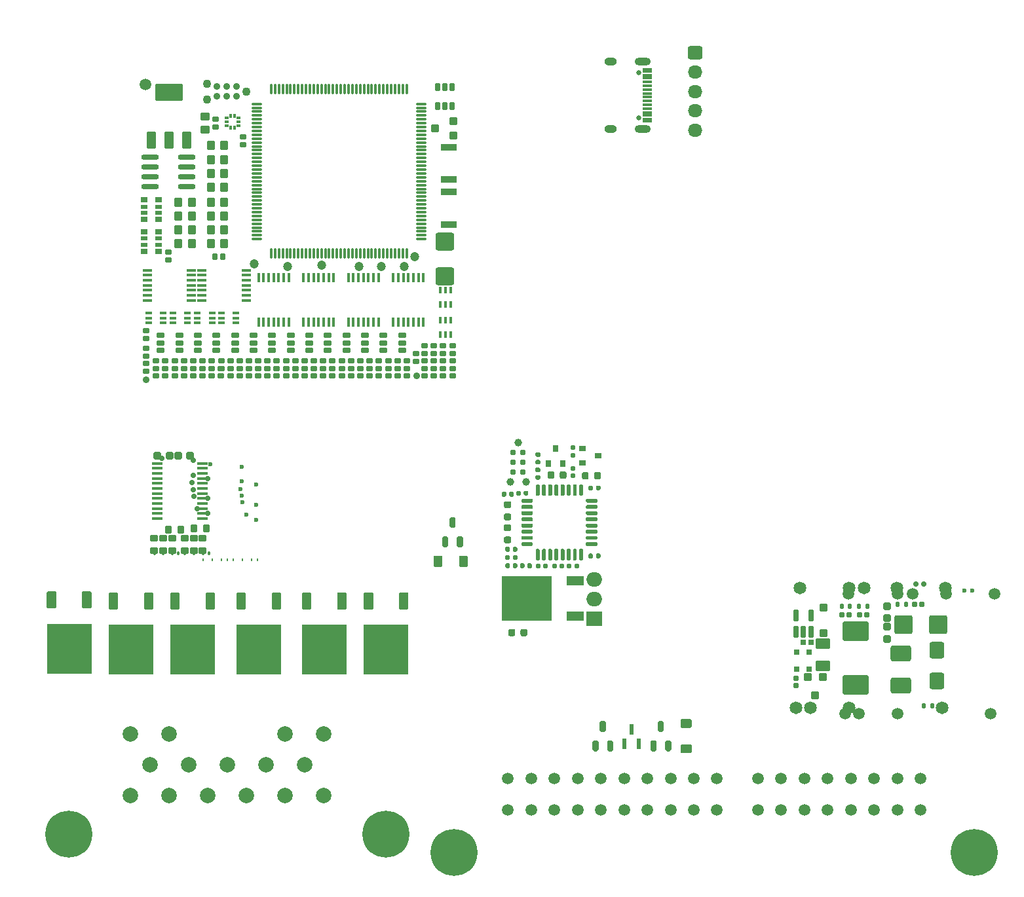
<source format=gts>
G75*
G70*
%OFA0B0*%
%FSLAX25Y25*%
%IPPOS*%
%LPD*%
%AMOC8*
5,1,8,0,0,1.08239X$1,22.5*
%
%AMM108*
21,1,0.092130,0.073230,-0.000000,0.000000,0.000000*
21,1,0.069290,0.096060,-0.000000,0.000000,0.000000*
1,1,0.022840,0.034650,-0.036610*
1,1,0.022840,-0.034650,-0.036610*
1,1,0.022840,-0.034650,0.036610*
1,1,0.022840,0.034650,0.036610*
%
%AMM109*
21,1,0.100000,0.111020,-0.000000,0.000000,90.000000*
21,1,0.075590,0.135430,-0.000000,0.000000,90.000000*
1,1,0.024410,0.055510,0.037800*
1,1,0.024410,0.055510,-0.037800*
1,1,0.024410,-0.055510,-0.037800*
1,1,0.024410,-0.055510,0.037800*
%
%AMM110*
21,1,0.080320,0.083460,-0.000000,0.000000,90.000000*
21,1,0.059840,0.103940,-0.000000,0.000000,90.000000*
1,1,0.020470,0.041730,0.029920*
1,1,0.020470,0.041730,-0.029920*
1,1,0.020470,-0.041730,-0.029920*
1,1,0.020470,-0.041730,0.029920*
%
%AMM111*
21,1,0.084250,0.053540,-0.000000,0.000000,270.000000*
21,1,0.065350,0.072440,-0.000000,0.000000,270.000000*
1,1,0.018900,-0.026770,-0.032680*
1,1,0.018900,-0.026770,0.032680*
1,1,0.018900,0.026770,0.032680*
1,1,0.018900,0.026770,-0.032680*
%
%AMM112*
21,1,0.040950,0.030320,-0.000000,0.000000,180.000000*
21,1,0.028350,0.042910,-0.000000,0.000000,180.000000*
1,1,0.012600,-0.014170,0.015160*
1,1,0.012600,0.014170,0.015160*
1,1,0.012600,0.014170,-0.015160*
1,1,0.012600,-0.014170,-0.015160*
%
%AMM113*
21,1,0.027170,0.052760,-0.000000,0.000000,0.000000*
21,1,0.017320,0.062600,-0.000000,0.000000,0.000000*
1,1,0.009840,0.008660,-0.026380*
1,1,0.009840,-0.008660,-0.026380*
1,1,0.009840,-0.008660,0.026380*
1,1,0.009840,0.008660,0.026380*
%
%AMM114*
21,1,0.041340,0.026770,-0.000000,0.000000,90.000000*
21,1,0.029130,0.038980,-0.000000,0.000000,90.000000*
1,1,0.012210,0.013390,0.014570*
1,1,0.012210,0.013390,-0.014570*
1,1,0.012210,-0.013390,-0.014570*
1,1,0.012210,-0.013390,0.014570*
%
%AMM115*
21,1,0.076380,0.036220,-0.000000,0.000000,180.000000*
21,1,0.061810,0.050790,-0.000000,0.000000,180.000000*
1,1,0.014570,-0.030910,0.018110*
1,1,0.014570,0.030910,0.018110*
1,1,0.014570,0.030910,-0.018110*
1,1,0.014570,-0.030910,-0.018110*
%
%AMM116*
21,1,0.038980,0.026770,-0.000000,0.000000,90.000000*
21,1,0.026770,0.038980,-0.000000,0.000000,90.000000*
1,1,0.012210,0.013390,0.013390*
1,1,0.012210,0.013390,-0.013390*
1,1,0.012210,-0.013390,-0.013390*
1,1,0.012210,-0.013390,0.013390*
%
%AMM117*
21,1,0.021260,0.016540,-0.000000,0.000000,0.000000*
21,1,0.012600,0.025200,-0.000000,0.000000,0.000000*
1,1,0.008660,0.006300,-0.008270*
1,1,0.008660,-0.006300,-0.008270*
1,1,0.008660,-0.006300,0.008270*
1,1,0.008660,0.006300,0.008270*
%
%AMM118*
21,1,0.029130,0.018900,-0.000000,0.000000,180.000000*
21,1,0.018900,0.029130,-0.000000,0.000000,180.000000*
1,1,0.010240,-0.009450,0.009450*
1,1,0.010240,0.009450,0.009450*
1,1,0.010240,0.009450,-0.009450*
1,1,0.010240,-0.009450,-0.009450*
%
%AMM119*
21,1,0.025200,0.019680,-0.000000,0.000000,90.000000*
21,1,0.015750,0.029130,-0.000000,0.000000,90.000000*
1,1,0.009450,0.009840,0.007870*
1,1,0.009450,0.009840,-0.007870*
1,1,0.009450,-0.009840,-0.007870*
1,1,0.009450,-0.009840,0.007870*
%
%AMM120*
21,1,0.025200,0.019680,-0.000000,0.000000,0.000000*
21,1,0.015750,0.029130,-0.000000,0.000000,0.000000*
1,1,0.009450,0.007870,-0.009840*
1,1,0.009450,-0.007870,-0.009840*
1,1,0.009450,-0.007870,0.009840*
1,1,0.009450,0.007870,0.009840*
%
%AMM17*
21,1,0.039370,0.030320,0.000000,0.000000,90.000000*
21,1,0.028350,0.041340,0.000000,0.000000,90.000000*
1,1,0.011020,0.015160,0.014170*
1,1,0.011020,0.015160,-0.014170*
1,1,0.011020,-0.015160,-0.014170*
1,1,0.011020,-0.015160,0.014170*
%
%AMM18*
21,1,0.047240,0.075980,0.000000,0.000000,0.000000*
21,1,0.034650,0.088580,0.000000,0.000000,0.000000*
1,1,0.012600,0.017320,-0.037990*
1,1,0.012600,-0.017320,-0.037990*
1,1,0.012600,-0.017320,0.037990*
1,1,0.012600,0.017320,0.037990*
%
%AMM19*
21,1,0.047240,0.075990,0.000000,0.000000,0.000000*
21,1,0.034650,0.088580,0.000000,0.000000,0.000000*
1,1,0.012600,0.017320,-0.037990*
1,1,0.012600,-0.017320,-0.037990*
1,1,0.012600,-0.017320,0.037990*
1,1,0.012600,0.017320,0.037990*
%
%AMM20*
21,1,0.141730,0.067720,0.000000,0.000000,0.000000*
21,1,0.120870,0.088580,0.000000,0.000000,0.000000*
1,1,0.020870,0.060430,-0.033860*
1,1,0.020870,-0.060430,-0.033860*
1,1,0.020870,-0.060430,0.033860*
1,1,0.020870,0.060430,0.033860*
%
%AMM21*
21,1,0.043310,0.035430,0.000000,0.000000,0.000000*
21,1,0.031500,0.047240,0.000000,0.000000,0.000000*
1,1,0.011810,0.015750,-0.017720*
1,1,0.011810,-0.015750,-0.017720*
1,1,0.011810,-0.015750,0.017720*
1,1,0.011810,0.015750,0.017720*
%
%AMM22*
21,1,0.027560,0.030710,0.000000,0.000000,180.000000*
21,1,0.018900,0.039370,0.000000,0.000000,180.000000*
1,1,0.008660,-0.009450,0.015350*
1,1,0.008660,0.009450,0.015350*
1,1,0.008660,0.009450,-0.015350*
1,1,0.008660,-0.009450,-0.015350*
%
%AMM23*
21,1,0.031500,0.018900,0.000000,0.000000,180.000000*
21,1,0.022840,0.027560,0.000000,0.000000,180.000000*
1,1,0.008660,-0.011420,0.009450*
1,1,0.008660,0.011420,0.009450*
1,1,0.008660,0.011420,-0.009450*
1,1,0.008660,-0.011420,-0.009450*
%
%AMM24*
21,1,0.027560,0.030710,0.000000,0.000000,270.000000*
21,1,0.018900,0.039370,0.000000,0.000000,270.000000*
1,1,0.008660,-0.015350,-0.009450*
1,1,0.008660,-0.015350,0.009450*
1,1,0.008660,0.015350,0.009450*
1,1,0.008660,0.015350,-0.009450*
%
%AMM25*
21,1,0.090550,0.073230,0.000000,0.000000,90.000000*
21,1,0.069290,0.094490,0.000000,0.000000,90.000000*
1,1,0.021260,0.036610,0.034650*
1,1,0.021260,0.036610,-0.034650*
1,1,0.021260,-0.036610,-0.034650*
1,1,0.021260,-0.036610,0.034650*
%
%AMM26*
21,1,0.029530,0.026380,0.000000,0.000000,90.000000*
21,1,0.020470,0.035430,0.000000,0.000000,90.000000*
1,1,0.009060,0.013190,0.010240*
1,1,0.009060,0.013190,-0.010240*
1,1,0.009060,-0.013190,-0.010240*
1,1,0.009060,-0.013190,0.010240*
%
%AMM27*
21,1,0.021650,0.027950,0.000000,0.000000,90.000000*
21,1,0.014170,0.035430,0.000000,0.000000,90.000000*
1,1,0.007480,0.013980,0.007090*
1,1,0.007480,0.013980,-0.007090*
1,1,0.007480,-0.013980,-0.007090*
1,1,0.007480,-0.013980,0.007090*
%
%AMM28*
21,1,0.035430,0.072440,0.000000,0.000000,90.000000*
21,1,0.025200,0.082680,0.000000,0.000000,90.000000*
1,1,0.010240,0.036220,0.012600*
1,1,0.010240,0.036220,-0.012600*
1,1,0.010240,-0.036220,-0.012600*
1,1,0.010240,-0.036220,0.012600*
%
%AMM29*
21,1,0.016540,0.028980,0.000000,0.000000,90.000000*
21,1,0.010080,0.035430,0.000000,0.000000,90.000000*
1,1,0.006460,0.014490,0.005040*
1,1,0.006460,0.014490,-0.005040*
1,1,0.006460,-0.014490,-0.005040*
1,1,0.006460,-0.014490,0.005040*
%
%AMM30*
21,1,0.016540,0.028980,0.000000,0.000000,180.000000*
21,1,0.010080,0.035430,0.000000,0.000000,180.000000*
1,1,0.006460,-0.005040,0.014490*
1,1,0.006460,0.005040,0.014490*
1,1,0.006460,0.005040,-0.014490*
1,1,0.006460,-0.005040,-0.014490*
%
%AMM31*
21,1,0.043310,0.035430,0.000000,0.000000,270.000000*
21,1,0.031500,0.047240,0.000000,0.000000,270.000000*
1,1,0.011810,-0.017720,-0.015750*
1,1,0.011810,-0.017720,0.015750*
1,1,0.011810,0.017720,0.015750*
1,1,0.011810,0.017720,-0.015750*
%
%AMM32*
21,1,0.031500,0.018900,0.000000,0.000000,90.000000*
21,1,0.022840,0.027560,0.000000,0.000000,90.000000*
1,1,0.008660,0.009450,0.011420*
1,1,0.008660,0.009450,-0.011420*
1,1,0.008660,-0.009450,-0.011420*
1,1,0.008660,-0.009450,0.011420*
%
%AMM77*
21,1,0.038980,0.026770,0.000000,0.000000,0.000000*
21,1,0.026770,0.038980,0.000000,0.000000,0.000000*
1,1,0.012210,0.013390,-0.013390*
1,1,0.012210,-0.013390,-0.013390*
1,1,0.012210,-0.013390,0.013390*
1,1,0.012210,0.013390,0.013390*
%
%AMM93*
21,1,0.033070,0.030710,0.000000,0.000000,0.000000*
21,1,0.022050,0.041730,0.000000,0.000000,0.000000*
1,1,0.011020,0.011020,-0.015350*
1,1,0.011020,-0.011020,-0.015350*
1,1,0.011020,-0.011020,0.015350*
1,1,0.011020,0.011020,0.015350*
%
%AMM94*
21,1,0.033070,0.030710,0.000000,0.000000,270.000000*
21,1,0.022050,0.041730,0.000000,0.000000,270.000000*
1,1,0.011020,-0.015350,-0.011020*
1,1,0.011020,-0.015350,0.011020*
1,1,0.011020,0.015350,0.011020*
1,1,0.011020,0.015350,-0.011020*
%
%ADD10R,0.22835X0.25197*%
%ADD100C,0.03900*%
%ADD103O,0.01260X0.05512*%
%ADD104O,0.05512X0.01260*%
%ADD105M17*%
%ADD106M18*%
%ADD107M19*%
%ADD108M20*%
%ADD109M21*%
%ADD11O,0.07283X0.06693*%
%ADD110M22*%
%ADD111C,0.03494*%
%ADD112M23*%
%ADD113M24*%
%ADD114M25*%
%ADD115C,0.03543*%
%ADD116M26*%
%ADD117M27*%
%ADD118M28*%
%ADD119O,0.01575X0.04724*%
%ADD120O,0.04724X0.01575*%
%ADD121M29*%
%ADD122O,0.09055X0.02756*%
%ADD123M30*%
%ADD124R,0.01870X0.01772*%
%ADD125R,0.01772X0.01870*%
%ADD126M31*%
%ADD127M32*%
%ADD128C,0.04294*%
%ADD129C,0.04724*%
%ADD13C,0.02362*%
%ADD198M77*%
%ADD203C,0.02913*%
%ADD204C,0.06457*%
%ADD216R,0.03543X0.03150*%
%ADD218C,0.05118*%
%ADD219R,0.03150X0.03543*%
%ADD237O,0.01339X0.02126*%
%ADD238O,0.05512X0.01535*%
%ADD239M93*%
%ADD240M94*%
%ADD255M108*%
%ADD256M109*%
%ADD257M110*%
%ADD258M111*%
%ADD259M112*%
%ADD260M113*%
%ADD261M114*%
%ADD262M115*%
%ADD263M116*%
%ADD264M117*%
%ADD265M118*%
%ADD266M119*%
%ADD267M120*%
%ADD280R,0.08661X0.04724*%
%ADD281R,0.25197X0.22835*%
%ADD282R,0.07874X0.07500*%
%ADD283O,0.07874X0.07500*%
%ADD35R,0.04528X0.01181*%
%ADD36O,0.08268X0.03937*%
%ADD37O,0.06299X0.03937*%
%ADD38R,0.02200X0.05200*%
%ADD41O,0.00787X0.01575*%
%ADD42C,0.05906*%
%ADD52C,0.07874*%
%ADD53C,0.23917*%
%ADD59C,0.02559*%
%ADD96C,0.03100*%
X0000000Y0000000D02*
%LPD*%
G01*
G36*
G01*
X0204882Y0160964D02*
X0208662Y0160964D01*
G75*
G02*
X0209134Y0160492I0000000J-000472D01*
G01*
X0209134Y0152775D01*
G75*
G02*
X0208662Y0152303I-000472J0000000D01*
G01*
X0204882Y0152303D01*
G75*
G02*
X0204410Y0152775I0000000J0000472D01*
G01*
X0204410Y0160492D01*
G75*
G02*
X0204882Y0160964I0000472J0000000D01*
G01*
G37*
D10*
X0197796Y0131830D03*
G36*
G01*
X0186929Y0160964D02*
X0190709Y0160964D01*
G75*
G02*
X0191181Y0160492I0000000J-000472D01*
G01*
X0191181Y0152775D01*
G75*
G02*
X0190709Y0152303I-000472J0000000D01*
G01*
X0186929Y0152303D01*
G75*
G02*
X0186457Y0152775I0000000J0000472D01*
G01*
X0186457Y0160492D01*
G75*
G02*
X0186929Y0160964I0000472J0000000D01*
G01*
G37*
G36*
G01*
X0434896Y0080110D02*
X0433333Y0080110D01*
G75*
G02*
X0432551Y0080891I0000000J0000781D01*
G01*
X0432551Y0084895D01*
G75*
G02*
X0433333Y0085677I0000781J0000000D01*
G01*
X0434896Y0085677D01*
G75*
G02*
X0435677Y0084895I0000000J-000781D01*
G01*
X0435677Y0080891D01*
G75*
G02*
X0434896Y0080110I-000781J0000000D01*
G01*
G37*
G36*
G01*
X0442376Y0080110D02*
X0440813Y0080110D01*
G75*
G02*
X0440032Y0080891I0000000J0000781D01*
G01*
X0440032Y0084895D01*
G75*
G02*
X0440813Y0085677I0000781J0000000D01*
G01*
X0442376Y0085677D01*
G75*
G02*
X0443158Y0084895I0000000J-000781D01*
G01*
X0443158Y0080891D01*
G75*
G02*
X0442376Y0080110I-000781J0000000D01*
G01*
G37*
G36*
G01*
X0438636Y0089992D02*
X0437073Y0089992D01*
G75*
G02*
X0436292Y0090773I0000000J0000781D01*
G01*
X0436292Y0094777D01*
G75*
G02*
X0437073Y0095559I0000781J0000000D01*
G01*
X0438636Y0095559D01*
G75*
G02*
X0439418Y0094777I0000000J-000781D01*
G01*
X0439418Y0090773D01*
G75*
G02*
X0438636Y0089992I-000781J0000000D01*
G01*
G37*
G36*
G01*
X0482146Y0439114D02*
X0487461Y0439114D01*
G75*
G02*
X0488445Y0438130I0000000J-000984D01*
G01*
X0488445Y0433405D01*
G75*
G02*
X0487461Y0432421I-000984J0000000D01*
G01*
X0482146Y0432421D01*
G75*
G02*
X0481162Y0433405I0000000J0000984D01*
G01*
X0481162Y0438130D01*
G75*
G02*
X0482146Y0439114I0000984J0000000D01*
G01*
G37*
D11*
X0484803Y0425925D03*
X0484803Y0416082D03*
X0484803Y0406240D03*
X0484803Y0396397D03*
G36*
G01*
X0477777Y0083586D02*
X0482577Y0083586D01*
G75*
G02*
X0482979Y0083184I0000000J-000402D01*
G01*
X0482979Y0079584D01*
G75*
G02*
X0482577Y0079183I-000402J0000000D01*
G01*
X0477777Y0079183D01*
G75*
G02*
X0477376Y0079584I0000000J0000402D01*
G01*
X0477376Y0083184D01*
G75*
G02*
X0477777Y0083586I0000402J0000000D01*
G01*
G37*
G36*
G01*
X0477777Y0096486D02*
X0482577Y0096486D01*
G75*
G02*
X0482979Y0096084I0000000J-000402D01*
G01*
X0482979Y0092484D01*
G75*
G02*
X0482577Y0092083I-000402J0000000D01*
G01*
X0477777Y0092083D01*
G75*
G02*
X0477376Y0092484I0000000J0000402D01*
G01*
X0477376Y0096084D01*
G75*
G02*
X0477777Y0096486I0000402J0000000D01*
G01*
G37*
G36*
G01*
X0173386Y0161555D02*
X0177166Y0161555D01*
G75*
G02*
X0177638Y0161082I0000000J-000472D01*
G01*
X0177638Y0153366D01*
G75*
G02*
X0177166Y0152893I-000472J0000000D01*
G01*
X0173386Y0152893D01*
G75*
G02*
X0172914Y0153366I0000000J0000472D01*
G01*
X0172914Y0161082D01*
G75*
G02*
X0173386Y0161555I0000472J0000000D01*
G01*
G37*
D10*
X0166299Y0132421D03*
G36*
G01*
X0155433Y0161555D02*
X0159213Y0161555D01*
G75*
G02*
X0159685Y0161082I0000000J-000472D01*
G01*
X0159685Y0153366D01*
G75*
G02*
X0159213Y0152893I-000472J0000000D01*
G01*
X0155433Y0152893D01*
G75*
G02*
X0154961Y0153366I0000000J0000472D01*
G01*
X0154961Y0161082D01*
G75*
G02*
X0155433Y0161555I0000472J0000000D01*
G01*
G37*
D59*
X0456280Y0425492D03*
X0456280Y0402736D03*
D35*
X0460473Y0427303D03*
X0460473Y0424153D03*
X0460473Y0419035D03*
X0460473Y0415098D03*
X0460473Y0413130D03*
X0460473Y0409193D03*
X0460473Y0404074D03*
X0460473Y0400925D03*
X0460473Y0402106D03*
X0460473Y0405256D03*
X0460473Y0407224D03*
X0460473Y0411161D03*
X0460473Y0417067D03*
X0460473Y0421004D03*
X0460473Y0422972D03*
X0460473Y0426122D03*
D36*
X0458248Y0431122D03*
D37*
X0441792Y0431122D03*
D36*
X0458248Y0397106D03*
D37*
X0441792Y0397106D03*
D38*
X0448681Y0083897D03*
X0456201Y0083897D03*
X0452441Y0091297D03*
D41*
X0262185Y0177750D03*
X0259193Y0177750D03*
X0254567Y0177750D03*
X0249941Y0177750D03*
X0246634Y0177750D03*
X0243681Y0177750D03*
X0239055Y0177750D03*
X0234429Y0177750D03*
D13*
X0254271Y0217512D03*
X0261496Y0215839D03*
X0253425Y0213673D03*
X0254271Y0210229D03*
X0254567Y0206882D03*
X0261496Y0205603D03*
X0256338Y0200485D03*
X0261496Y0197925D03*
X0238169Y0226173D03*
X0254212Y0224992D03*
G36*
G01*
X0303110Y0160964D02*
X0306890Y0160964D01*
G75*
G02*
X0307362Y0160492I0000000J-000472D01*
G01*
X0307362Y0152775D01*
G75*
G02*
X0306890Y0152303I-000472J0000000D01*
G01*
X0303110Y0152303D01*
G75*
G02*
X0302638Y0152775I0000000J0000472D01*
G01*
X0302638Y0160492D01*
G75*
G02*
X0303110Y0160964I0000472J0000000D01*
G01*
G37*
D10*
X0296024Y0131830D03*
G36*
G01*
X0285158Y0160964D02*
X0288937Y0160964D01*
G75*
G02*
X0289410Y0160492I0000000J-000472D01*
G01*
X0289410Y0152775D01*
G75*
G02*
X0288937Y0152303I-000472J0000000D01*
G01*
X0285158Y0152303D01*
G75*
G02*
X0284685Y0152775I0000000J0000472D01*
G01*
X0284685Y0160492D01*
G75*
G02*
X0285158Y0160964I0000472J0000000D01*
G01*
G37*
G36*
G01*
X0334705Y0160964D02*
X0338484Y0160964D01*
G75*
G02*
X0338957Y0160492I0000000J-000472D01*
G01*
X0338957Y0152775D01*
G75*
G02*
X0338484Y0152303I-000472J0000000D01*
G01*
X0334705Y0152303D01*
G75*
G02*
X0334233Y0152775I0000000J0000472D01*
G01*
X0334233Y0160492D01*
G75*
G02*
X0334705Y0160964I0000472J0000000D01*
G01*
G37*
X0327618Y0131830D03*
G36*
G01*
X0316752Y0160964D02*
X0320532Y0160964D01*
G75*
G02*
X0321004Y0160492I0000000J-000472D01*
G01*
X0321004Y0152775D01*
G75*
G02*
X0320532Y0152303I-000472J0000000D01*
G01*
X0316752Y0152303D01*
G75*
G02*
X0316280Y0152775I0000000J0000472D01*
G01*
X0316280Y0160492D01*
G75*
G02*
X0316752Y0160964I0000472J0000000D01*
G01*
G37*
G36*
G01*
X0269843Y0160964D02*
X0273622Y0160964D01*
G75*
G02*
X0274095Y0160492I0000000J-000472D01*
G01*
X0274095Y0152775D01*
G75*
G02*
X0273622Y0152303I-000472J0000000D01*
G01*
X0269843Y0152303D01*
G75*
G02*
X0269370Y0152775I0000000J0000472D01*
G01*
X0269370Y0160492D01*
G75*
G02*
X0269843Y0160964I0000472J0000000D01*
G01*
G37*
X0262756Y0131830D03*
G36*
G01*
X0251890Y0160964D02*
X0255670Y0160964D01*
G75*
G02*
X0256142Y0160492I0000000J-000472D01*
G01*
X0256142Y0152775D01*
G75*
G02*
X0255670Y0152303I-000472J0000000D01*
G01*
X0251890Y0152303D01*
G75*
G02*
X0251418Y0152775I0000000J0000472D01*
G01*
X0251418Y0160492D01*
G75*
G02*
X0251890Y0160964I0000472J0000000D01*
G01*
G37*
D42*
X0562756Y0160177D03*
X0587953Y0160177D03*
X0595433Y0160177D03*
X0612362Y0160177D03*
D13*
X0621811Y0161948D03*
X0625748Y0161948D03*
D42*
X0636969Y0160177D03*
X0560984Y0099153D03*
X0568268Y0099153D03*
X0587756Y0099153D03*
X0635197Y0099153D03*
G36*
G01*
X0236280Y0160964D02*
X0240059Y0160964D01*
G75*
G02*
X0240532Y0160492I0000000J-000472D01*
G01*
X0240532Y0152775D01*
G75*
G02*
X0240059Y0152303I-000472J0000000D01*
G01*
X0236280Y0152303D01*
G75*
G02*
X0235807Y0152775I0000000J0000472D01*
G01*
X0235807Y0160492D01*
G75*
G02*
X0236280Y0160964I0000472J0000000D01*
G01*
G37*
D10*
X0229193Y0131830D03*
G36*
G01*
X0218327Y0160964D02*
X0222107Y0160964D01*
G75*
G02*
X0222579Y0160492I0000000J-000472D01*
G01*
X0222579Y0152775D01*
G75*
G02*
X0222107Y0152303I-000472J0000000D01*
G01*
X0218327Y0152303D01*
G75*
G02*
X0217855Y0152775I0000000J0000472D01*
G01*
X0217855Y0160492D01*
G75*
G02*
X0218327Y0160964I0000472J0000000D01*
G01*
G37*
G36*
G01*
X0358420Y0183948D02*
X0356857Y0183948D01*
G75*
G02*
X0356075Y0184730I0000000J0000781D01*
G01*
X0356075Y0188734D01*
G75*
G02*
X0356857Y0189515I0000781J0000000D01*
G01*
X0358420Y0189515D01*
G75*
G02*
X0359201Y0188734I0000000J-000781D01*
G01*
X0359201Y0184730D01*
G75*
G02*
X0358420Y0183948I-000781J0000000D01*
G01*
G37*
G36*
G01*
X0365900Y0183948D02*
X0364337Y0183948D01*
G75*
G02*
X0363555Y0184730I0000000J0000781D01*
G01*
X0363555Y0188734D01*
G75*
G02*
X0364337Y0189515I0000781J0000000D01*
G01*
X0365900Y0189515D01*
G75*
G02*
X0366681Y0188734I0000000J-000781D01*
G01*
X0366681Y0184730D01*
G75*
G02*
X0365900Y0183948I-000781J0000000D01*
G01*
G37*
G36*
G01*
X0362160Y0193830D02*
X0360597Y0193830D01*
G75*
G02*
X0359815Y0194612I0000000J0000781D01*
G01*
X0359815Y0198616D01*
G75*
G02*
X0360597Y0199397I0000781J0000000D01*
G01*
X0362160Y0199397D01*
G75*
G02*
X0362941Y0198616I0000000J-000781D01*
G01*
X0362941Y0194612D01*
G75*
G02*
X0362160Y0193830I-000781J0000000D01*
G01*
G37*
D42*
X0389626Y0066179D03*
X0401437Y0066179D03*
X0413248Y0066179D03*
X0425061Y0066179D03*
X0436870Y0066179D03*
X0448681Y0066179D03*
X0460492Y0066179D03*
X0472305Y0066179D03*
X0484116Y0066179D03*
X0495927Y0066179D03*
X0389626Y0050431D03*
X0401437Y0050431D03*
X0413248Y0050431D03*
X0425061Y0050431D03*
X0436870Y0050431D03*
X0448681Y0050431D03*
X0460492Y0050431D03*
X0472305Y0050431D03*
X0484116Y0050431D03*
X0495927Y0050431D03*
X0516792Y0066179D03*
X0528605Y0066179D03*
X0540414Y0066179D03*
X0552225Y0066179D03*
X0564038Y0066179D03*
X0575849Y0066179D03*
X0587660Y0066179D03*
X0599471Y0066179D03*
X0516792Y0050431D03*
X0528605Y0050431D03*
X0540414Y0050431D03*
X0575849Y0050431D03*
X0587660Y0050431D03*
X0599471Y0050431D03*
D52*
X0197500Y0057519D03*
X0217185Y0057519D03*
X0236870Y0057519D03*
X0256555Y0057519D03*
X0276240Y0057519D03*
X0295925Y0057519D03*
X0207343Y0073267D03*
X0227028Y0073267D03*
X0246713Y0073267D03*
X0197500Y0089015D03*
X0217185Y0089015D03*
X0276240Y0089015D03*
X0295925Y0089015D03*
X0266398Y0073267D03*
X0286083Y0073267D03*
D42*
X0552227Y0050431D03*
X0564038Y0050431D03*
D53*
X0166004Y0037834D03*
X0327421Y0037834D03*
X0362264Y0028779D03*
X0626831Y0028779D03*
G36*
G01*
X0356145Y0179309D02*
X0356145Y0174509D01*
G75*
G02*
X0355744Y0174108I-000402J0000000D01*
G01*
X0352144Y0174108D01*
G75*
G02*
X0351742Y0174509I0000000J0000402D01*
G01*
X0351742Y0179309D01*
G75*
G02*
X0352144Y0179711I0000402J0000000D01*
G01*
X0355744Y0179711D01*
G75*
G02*
X0356145Y0179309I0000000J-000402D01*
G01*
G37*
G36*
G01*
X0369045Y0179309D02*
X0369045Y0174509D01*
G75*
G02*
X0368644Y0174108I-000402J0000000D01*
G01*
X0365044Y0174108D01*
G75*
G02*
X0364642Y0174509I0000000J0000402D01*
G01*
X0364642Y0179309D01*
G75*
G02*
X0365044Y0179711I0000402J0000000D01*
G01*
X0368644Y0179711D01*
G75*
G02*
X0369045Y0179309I0000000J-000402D01*
G01*
G37*
G36*
G01*
X0464423Y0080110D02*
X0462860Y0080110D01*
G75*
G02*
X0462079Y0080891I0000000J0000781D01*
G01*
X0462079Y0084895D01*
G75*
G02*
X0462860Y0085677I0000781J0000000D01*
G01*
X0464423Y0085677D01*
G75*
G02*
X0465205Y0084895I0000000J-000781D01*
G01*
X0465205Y0080891D01*
G75*
G02*
X0464423Y0080110I-000781J0000000D01*
G01*
G37*
G36*
G01*
X0471904Y0080110D02*
X0470341Y0080110D01*
G75*
G02*
X0469559Y0080891I0000000J0000781D01*
G01*
X0469559Y0084895D01*
G75*
G02*
X0470341Y0085677I0000781J0000000D01*
G01*
X0471904Y0085677D01*
G75*
G02*
X0472685Y0084895I0000000J-000781D01*
G01*
X0472685Y0080891D01*
G75*
G02*
X0471904Y0080110I-000781J0000000D01*
G01*
G37*
G36*
G01*
X0468164Y0089992D02*
X0466601Y0089992D01*
G75*
G02*
X0465819Y0090773I0000000J0000781D01*
G01*
X0465819Y0094777D01*
G75*
G02*
X0466601Y0095559I0000781J0000000D01*
G01*
X0468164Y0095559D01*
G75*
G02*
X0468945Y0094777I0000000J-000781D01*
G01*
X0468945Y0090773D01*
G75*
G02*
X0468164Y0089992I-000781J0000000D01*
G01*
G37*
X0200689Y0266043D02*
G01*
G75*
D103*
X0269094Y0417126D02*
D03*
X0271063Y0417126D02*
D03*
X0273031Y0417126D02*
D03*
X0275000Y0417126D02*
D03*
X0276968Y0417126D02*
D03*
X0278937Y0417126D02*
D03*
X0280905Y0417126D02*
D03*
X0282874Y0417126D02*
D03*
X0284842Y0417126D02*
D03*
X0286811Y0417126D02*
D03*
X0288779Y0417126D02*
D03*
X0290748Y0417126D02*
D03*
X0292717Y0417126D02*
D03*
X0294685Y0417126D02*
D03*
X0296654Y0417126D02*
D03*
X0298622Y0417126D02*
D03*
X0300591Y0417126D02*
D03*
X0302559Y0417126D02*
D03*
X0304528Y0417126D02*
D03*
X0306496Y0417126D02*
D03*
X0308465Y0417126D02*
D03*
X0310433Y0417126D02*
D03*
X0312402Y0417126D02*
D03*
X0314370Y0417126D02*
D03*
X0316339Y0417126D02*
D03*
X0318307Y0417126D02*
D03*
X0320276Y0417126D02*
D03*
X0322244Y0417126D02*
D03*
X0324213Y0417126D02*
D03*
X0326181Y0417126D02*
D03*
X0328150Y0417126D02*
D03*
X0330118Y0417126D02*
D03*
X0332087Y0417126D02*
D03*
X0334055Y0417126D02*
D03*
X0336024Y0417126D02*
D03*
X0337992Y0417126D02*
D03*
X0337992Y0333464D02*
D03*
X0336024Y0333464D02*
D03*
X0334055Y0333464D02*
D03*
X0332087Y0333464D02*
D03*
X0330118Y0333464D02*
D03*
X0328150Y0333464D02*
D03*
X0326181Y0333464D02*
D03*
X0324213Y0333464D02*
D03*
X0322244Y0333464D02*
D03*
X0320276Y0333464D02*
D03*
X0318307Y0333464D02*
D03*
X0316339Y0333464D02*
D03*
X0314370Y0333464D02*
D03*
X0312402Y0333464D02*
D03*
X0310433Y0333464D02*
D03*
X0308465Y0333464D02*
D03*
X0306496Y0333464D02*
D03*
X0304528Y0333464D02*
D03*
X0302559Y0333464D02*
D03*
X0300591Y0333464D02*
D03*
X0298622Y0333464D02*
D03*
X0296654Y0333464D02*
D03*
X0294685Y0333464D02*
D03*
X0292717Y0333464D02*
D03*
X0290748Y0333464D02*
D03*
X0288779Y0333464D02*
D03*
X0286811Y0333464D02*
D03*
X0284842Y0333464D02*
D03*
X0282874Y0333464D02*
D03*
X0280905Y0333464D02*
D03*
X0278937Y0333464D02*
D03*
X0276968Y0333464D02*
D03*
X0275000Y0333464D02*
D03*
X0273031Y0333464D02*
D03*
X0271063Y0333464D02*
D03*
X0269094Y0333464D02*
D03*
D104*
X0345374Y0409744D02*
D03*
X0345374Y0407775D02*
D03*
X0345374Y0405807D02*
D03*
X0345374Y0403838D02*
D03*
X0345374Y0401870D02*
D03*
X0345374Y0399901D02*
D03*
X0345374Y0397933D02*
D03*
X0345374Y0395964D02*
D03*
X0345374Y0393996D02*
D03*
X0345374Y0392027D02*
D03*
X0345374Y0390059D02*
D03*
X0345374Y0388090D02*
D03*
X0345374Y0386122D02*
D03*
X0345374Y0384153D02*
D03*
X0345374Y0382185D02*
D03*
X0345374Y0380216D02*
D03*
X0345374Y0378248D02*
D03*
X0345374Y0376279D02*
D03*
X0345374Y0374311D02*
D03*
X0345374Y0372342D02*
D03*
X0345374Y0370374D02*
D03*
X0345374Y0368405D02*
D03*
X0345374Y0366437D02*
D03*
X0345374Y0364468D02*
D03*
X0345374Y0362500D02*
D03*
X0345374Y0360531D02*
D03*
X0345374Y0358563D02*
D03*
X0345374Y0356594D02*
D03*
X0345374Y0354626D02*
D03*
X0345374Y0352657D02*
D03*
X0345374Y0350689D02*
D03*
X0345374Y0348720D02*
D03*
X0345374Y0346752D02*
D03*
X0345374Y0344783D02*
D03*
X0345374Y0342815D02*
D03*
X0345374Y0340846D02*
D03*
X0261713Y0340846D02*
D03*
X0261713Y0342815D02*
D03*
X0261713Y0344783D02*
D03*
X0261713Y0346752D02*
D03*
X0261713Y0348720D02*
D03*
X0261713Y0350689D02*
D03*
X0261713Y0352657D02*
D03*
X0261713Y0354626D02*
D03*
X0261713Y0356594D02*
D03*
X0261713Y0358563D02*
D03*
X0261713Y0360531D02*
D03*
X0261713Y0362500D02*
D03*
X0261713Y0364468D02*
D03*
X0261713Y0366437D02*
D03*
X0261713Y0368405D02*
D03*
X0261713Y0370374D02*
D03*
X0261713Y0372342D02*
D03*
X0261713Y0374311D02*
D03*
X0261713Y0376279D02*
D03*
X0261713Y0378248D02*
D03*
X0261713Y0380216D02*
D03*
X0261713Y0382185D02*
D03*
X0261713Y0384153D02*
D03*
X0261713Y0386122D02*
D03*
X0261713Y0388090D02*
D03*
X0261713Y0390059D02*
D03*
X0261713Y0392027D02*
D03*
X0261713Y0393996D02*
D03*
X0261713Y0395964D02*
D03*
X0261713Y0397933D02*
D03*
X0261713Y0399901D02*
D03*
X0261713Y0401870D02*
D03*
X0261713Y0403838D02*
D03*
X0261713Y0405807D02*
D03*
X0261713Y0407775D02*
D03*
X0261713Y0409744D02*
D03*
D105*
X0361719Y0393555D02*
D03*
X0352467Y0397295D02*
D03*
D105*
X0361719Y0401035D02*
D03*
D106*
X0208169Y0391240D02*
D03*
X0226280Y0391240D02*
D03*
D107*
X0217224Y0391240D02*
D03*
D108*
X0217224Y0415649D02*
D03*
D109*
X0238484Y0367224D02*
D03*
X0245177Y0367224D02*
D03*
X0245177Y0374311D02*
D03*
X0238484Y0374311D02*
D03*
X0238484Y0381397D02*
D03*
X0245177Y0381397D02*
D03*
X0245177Y0388484D02*
D03*
X0238484Y0388484D02*
D03*
X0228642Y0359744D02*
D03*
X0221949Y0359744D02*
D03*
X0245177Y0359744D02*
D03*
X0238484Y0359744D02*
D03*
X0228642Y0352657D02*
D03*
X0221949Y0352657D02*
D03*
X0245177Y0352657D02*
D03*
X0238484Y0352657D02*
D03*
X0228642Y0345571D02*
D03*
X0221949Y0345571D02*
D03*
X0245177Y0345571D02*
D03*
X0238484Y0345571D02*
D03*
X0221949Y0338484D02*
D03*
X0228642Y0338484D02*
D03*
X0245177Y0338484D02*
D03*
X0238484Y0338484D02*
D03*
D110*
X0361120Y0418182D02*
D03*
X0357380Y0418182D02*
D03*
X0353639Y0418182D02*
D03*
X0353639Y0408733D02*
D03*
X0357380Y0408733D02*
D03*
X0361120Y0408733D02*
D03*
D111*
X0251437Y0418484D02*
D03*
X0251437Y0413484D02*
D03*
X0246437Y0418484D02*
D03*
X0246437Y0413484D02*
D03*
X0241437Y0418484D02*
D03*
X0241437Y0413484D02*
D03*
D112*
X0205413Y0273523D02*
D03*
X0205413Y0277460D02*
D03*
X0351870Y0286515D02*
D03*
X0351870Y0282578D02*
D03*
X0248327Y0275098D02*
D03*
X0248327Y0271161D02*
D03*
X0262500Y0275098D02*
D03*
X0262500Y0271161D02*
D03*
X0281398Y0279035D02*
D03*
X0281398Y0275098D02*
D03*
X0281398Y0271161D02*
D03*
X0281398Y0275098D02*
D03*
X0290847Y0275098D02*
D03*
X0290847Y0279035D02*
D03*
X0290847Y0275098D02*
D03*
X0290847Y0271161D02*
D03*
X0314469Y0279035D02*
D03*
X0314469Y0275098D02*
D03*
X0338091Y0275098D02*
D03*
X0338091Y0279035D02*
D03*
X0338091Y0275098D02*
D03*
X0338091Y0271161D02*
D03*
X0254725Y0388878D02*
D03*
X0254725Y0392815D02*
D03*
X0342815Y0278641D02*
D03*
X0342815Y0282578D02*
D03*
X0205413Y0294193D02*
D03*
X0205413Y0290256D02*
D03*
X0216831Y0330216D02*
D03*
X0216831Y0334153D02*
D03*
X0361319Y0282578D02*
D03*
X0361319Y0286515D02*
D03*
X0356594Y0282578D02*
D03*
X0356594Y0286515D02*
D03*
X0347146Y0282578D02*
D03*
X0347146Y0286515D02*
D03*
X0210532Y0275098D02*
D03*
X0210532Y0279035D02*
D03*
X0215256Y0275098D02*
D03*
X0215256Y0279035D02*
D03*
X0219980Y0275098D02*
D03*
X0219980Y0279035D02*
D03*
X0224705Y0275098D02*
D03*
X0224705Y0279035D02*
D03*
X0210532Y0275098D02*
D03*
X0210532Y0271161D02*
D03*
X0215256Y0275098D02*
D03*
X0215256Y0271161D02*
D03*
X0219980Y0275098D02*
D03*
X0219980Y0271161D02*
D03*
X0224705Y0275098D02*
D03*
X0224705Y0271161D02*
D03*
X0229429Y0275098D02*
D03*
X0229429Y0279035D02*
D03*
X0234154Y0275098D02*
D03*
X0234154Y0279035D02*
D03*
X0238878Y0275098D02*
D03*
X0238878Y0279035D02*
D03*
X0243720Y0275098D02*
D03*
X0243720Y0279035D02*
D03*
X0229429Y0275098D02*
D03*
X0229429Y0271161D02*
D03*
X0234154Y0275098D02*
D03*
X0234154Y0271161D02*
D03*
X0238878Y0275098D02*
D03*
X0238878Y0271161D02*
D03*
X0243602Y0275098D02*
D03*
X0243602Y0271161D02*
D03*
X0248327Y0275098D02*
D03*
X0248327Y0279035D02*
D03*
X0253051Y0275098D02*
D03*
X0253051Y0279035D02*
D03*
X0257776Y0275098D02*
D03*
X0257776Y0279035D02*
D03*
X0262500Y0275098D02*
D03*
X0262500Y0279035D02*
D03*
X0253051Y0275098D02*
D03*
X0253051Y0271161D02*
D03*
X0257776Y0275098D02*
D03*
X0257776Y0271161D02*
D03*
X0267225Y0279035D02*
D03*
X0267225Y0275098D02*
D03*
X0271949Y0279035D02*
D03*
X0271949Y0275098D02*
D03*
X0276673Y0279035D02*
D03*
X0276673Y0275098D02*
D03*
X0267225Y0271161D02*
D03*
X0267225Y0275098D02*
D03*
X0271949Y0271161D02*
D03*
X0271949Y0275098D02*
D03*
X0276673Y0271161D02*
D03*
X0276673Y0275098D02*
D03*
X0286122Y0275098D02*
D03*
X0286122Y0279035D02*
D03*
X0295571Y0275098D02*
D03*
X0295571Y0279035D02*
D03*
X0300295Y0275098D02*
D03*
X0300295Y0279035D02*
D03*
X0286122Y0275098D02*
D03*
X0286122Y0271161D02*
D03*
X0295571Y0275098D02*
D03*
X0295571Y0271161D02*
D03*
X0300295Y0275098D02*
D03*
X0300295Y0271161D02*
D03*
X0305020Y0279035D02*
D03*
X0305020Y0275098D02*
D03*
X0309744Y0279035D02*
D03*
X0309744Y0275098D02*
D03*
X0319193Y0279035D02*
D03*
X0319193Y0275098D02*
D03*
X0305020Y0271161D02*
D03*
X0305020Y0275098D02*
D03*
X0309744Y0271161D02*
D03*
X0309744Y0275098D02*
D03*
X0314469Y0271161D02*
D03*
X0314469Y0275098D02*
D03*
X0319193Y0271161D02*
D03*
X0319193Y0275098D02*
D03*
X0323917Y0275098D02*
D03*
X0323917Y0279035D02*
D03*
X0328642Y0275098D02*
D03*
X0328642Y0279035D02*
D03*
X0333366Y0275098D02*
D03*
X0333366Y0279035D02*
D03*
X0323917Y0275098D02*
D03*
X0323917Y0271161D02*
D03*
X0328642Y0275098D02*
D03*
X0328642Y0271161D02*
D03*
X0333366Y0275098D02*
D03*
X0333366Y0271161D02*
D03*
X0347146Y0279035D02*
D03*
X0347146Y0275098D02*
D03*
X0351870Y0279035D02*
D03*
X0351870Y0275098D02*
D03*
X0356594Y0279035D02*
D03*
X0356594Y0275098D02*
D03*
X0361319Y0279035D02*
D03*
X0361319Y0275098D02*
D03*
X0347146Y0271161D02*
D03*
X0347146Y0275098D02*
D03*
X0351870Y0271161D02*
D03*
X0351870Y0275098D02*
D03*
X0356594Y0271161D02*
D03*
X0356594Y0275098D02*
D03*
X0361319Y0271161D02*
D03*
X0361319Y0275098D02*
D03*
X0205413Y0285137D02*
D03*
X0205413Y0281200D02*
D03*
X0240846Y0397933D02*
D03*
X0240846Y0401870D02*
D03*
D113*
X0260138Y0291830D02*
D03*
X0260138Y0288090D02*
D03*
X0260138Y0284350D02*
D03*
X0250689Y0284350D02*
D03*
X0250689Y0288090D02*
D03*
X0250689Y0291830D02*
D03*
X0222343Y0291830D02*
D03*
X0222343Y0288090D02*
D03*
X0222343Y0284350D02*
D03*
X0212894Y0284350D02*
D03*
X0212894Y0288090D02*
D03*
X0212894Y0291830D02*
D03*
X0241240Y0291830D02*
D03*
X0241240Y0288090D02*
D03*
X0241240Y0284350D02*
D03*
X0231791Y0284350D02*
D03*
X0231791Y0288090D02*
D03*
X0231791Y0291830D02*
D03*
X0279036Y0291830D02*
D03*
X0279036Y0288090D02*
D03*
X0279036Y0284350D02*
D03*
X0269587Y0284350D02*
D03*
X0269587Y0288090D02*
D03*
X0269587Y0291830D02*
D03*
X0297933Y0291830D02*
D03*
X0297933Y0288090D02*
D03*
X0297933Y0284350D02*
D03*
X0288484Y0284350D02*
D03*
X0288484Y0288090D02*
D03*
X0288484Y0291830D02*
D03*
X0316831Y0291830D02*
D03*
X0316831Y0288090D02*
D03*
X0316831Y0284350D02*
D03*
X0307382Y0284350D02*
D03*
X0307382Y0288090D02*
D03*
X0307382Y0291830D02*
D03*
X0335728Y0291830D02*
D03*
X0335728Y0288090D02*
D03*
X0335728Y0284350D02*
D03*
X0326280Y0284350D02*
D03*
X0326280Y0288090D02*
D03*
X0326280Y0291830D02*
D03*
D114*
X0357382Y0321948D02*
D03*
X0357382Y0339665D02*
D03*
D115*
X0343091Y0271161D02*
D03*
X0205413Y0269193D02*
D03*
D116*
X0211713Y0344685D02*
D03*
X0204626Y0344685D02*
D03*
X0204626Y0334645D02*
D03*
X0211713Y0334645D02*
D03*
X0211713Y0350787D02*
D03*
X0204626Y0350787D02*
D03*
X0204626Y0360827D02*
D03*
X0211713Y0360827D02*
D03*
D117*
X0204626Y0338090D02*
D03*
X0204626Y0341240D02*
D03*
X0211713Y0341240D02*
D03*
X0211713Y0338090D02*
D03*
X0211713Y0354232D02*
D03*
X0211713Y0357382D02*
D03*
X0204626Y0357382D02*
D03*
X0204626Y0354232D02*
D03*
D118*
X0359350Y0387696D02*
D03*
X0359350Y0371161D02*
D03*
X0359350Y0348327D02*
D03*
X0359350Y0364862D02*
D03*
D119*
X0346555Y0321161D02*
D03*
X0343996Y0321161D02*
D03*
X0341437Y0321161D02*
D03*
X0338878Y0321161D02*
D03*
X0336319Y0321161D02*
D03*
X0333760Y0321161D02*
D03*
X0331201Y0321161D02*
D03*
X0346555Y0298720D02*
D03*
X0343996Y0298720D02*
D03*
X0341437Y0298720D02*
D03*
X0338878Y0298720D02*
D03*
X0336319Y0298720D02*
D03*
X0333760Y0298720D02*
D03*
X0331201Y0298720D02*
D03*
X0278051Y0321161D02*
D03*
X0275492Y0321161D02*
D03*
X0272933Y0321161D02*
D03*
X0270374Y0321161D02*
D03*
X0267815Y0321161D02*
D03*
X0265256Y0321161D02*
D03*
X0262697Y0321161D02*
D03*
X0278051Y0298720D02*
D03*
X0275492Y0298720D02*
D03*
X0272933Y0298720D02*
D03*
X0270374Y0298720D02*
D03*
X0267815Y0298720D02*
D03*
X0265256Y0298720D02*
D03*
X0262697Y0298720D02*
D03*
X0300886Y0321161D02*
D03*
X0298327Y0321161D02*
D03*
X0295768Y0321161D02*
D03*
X0293209Y0321161D02*
D03*
X0290650Y0321161D02*
D03*
X0288091Y0321161D02*
D03*
X0285532Y0321161D02*
D03*
X0300886Y0298720D02*
D03*
X0298327Y0298720D02*
D03*
X0295768Y0298720D02*
D03*
X0293209Y0298720D02*
D03*
X0290650Y0298720D02*
D03*
X0288091Y0298720D02*
D03*
X0285532Y0298720D02*
D03*
X0323720Y0321161D02*
D03*
X0321161Y0321161D02*
D03*
X0318602Y0321161D02*
D03*
X0316043Y0321161D02*
D03*
X0313484Y0321161D02*
D03*
X0310925Y0321161D02*
D03*
X0308366Y0321161D02*
D03*
X0323720Y0298720D02*
D03*
X0321161Y0298720D02*
D03*
X0318602Y0298720D02*
D03*
X0316043Y0298720D02*
D03*
X0313484Y0298720D02*
D03*
X0310925Y0298720D02*
D03*
X0308366Y0298720D02*
D03*
D120*
X0256398Y0309744D02*
D03*
X0256398Y0312303D02*
D03*
X0256398Y0314862D02*
D03*
X0256398Y0317421D02*
D03*
X0256398Y0319980D02*
D03*
X0256398Y0322539D02*
D03*
X0256398Y0325098D02*
D03*
X0233957Y0309744D02*
D03*
X0233957Y0312303D02*
D03*
X0233957Y0314862D02*
D03*
X0233957Y0317421D02*
D03*
X0233957Y0319980D02*
D03*
X0233957Y0322539D02*
D03*
X0233957Y0325098D02*
D03*
X0228445Y0309744D02*
D03*
X0228445Y0312303D02*
D03*
X0228445Y0314862D02*
D03*
X0228445Y0317421D02*
D03*
X0228445Y0319980D02*
D03*
X0228445Y0322539D02*
D03*
X0228445Y0325098D02*
D03*
X0206004Y0309744D02*
D03*
X0206004Y0312303D02*
D03*
X0206004Y0314862D02*
D03*
X0206004Y0317421D02*
D03*
X0206004Y0319980D02*
D03*
X0206004Y0322539D02*
D03*
X0206004Y0325098D02*
D03*
D121*
X0239075Y0298130D02*
D03*
X0239075Y0300689D02*
D03*
X0239075Y0303248D02*
D03*
X0231595Y0298130D02*
D03*
X0231595Y0300689D02*
D03*
X0231595Y0303248D02*
D03*
X0218996Y0303248D02*
D03*
X0218996Y0300689D02*
D03*
X0218996Y0298130D02*
D03*
X0226476Y0303248D02*
D03*
X0226476Y0300689D02*
D03*
X0226476Y0298130D02*
D03*
X0214272Y0298130D02*
D03*
X0214272Y0300689D02*
D03*
X0214272Y0303248D02*
D03*
X0206791Y0298130D02*
D03*
X0206791Y0300689D02*
D03*
X0206791Y0303248D02*
D03*
X0243799Y0303248D02*
D03*
X0243799Y0300689D02*
D03*
X0243799Y0298130D02*
D03*
X0251280Y0303248D02*
D03*
X0251280Y0300689D02*
D03*
X0251280Y0298130D02*
D03*
D122*
X0207382Y0382600D02*
D03*
X0207382Y0377600D02*
D03*
X0207382Y0372600D02*
D03*
X0207382Y0367600D02*
D03*
X0226280Y0382600D02*
D03*
X0226280Y0377600D02*
D03*
X0226280Y0372600D02*
D03*
X0226280Y0367600D02*
D03*
D123*
X0360335Y0315059D02*
D03*
X0357776Y0315059D02*
D03*
X0355217Y0315059D02*
D03*
X0360335Y0307578D02*
D03*
X0357776Y0307578D02*
D03*
X0355217Y0307578D02*
D03*
X0360335Y0299704D02*
D03*
X0357776Y0299704D02*
D03*
X0355217Y0299704D02*
D03*
X0360335Y0292224D02*
D03*
X0357776Y0292224D02*
D03*
X0355217Y0292224D02*
D03*
D124*
X0246506Y0398720D02*
D03*
X0246506Y0400689D02*
D03*
X0246506Y0402657D02*
D03*
X0252510Y0402657D02*
D03*
X0252510Y0400689D02*
D03*
X0252510Y0398720D02*
D03*
D125*
X0248524Y0403691D02*
D03*
X0250492Y0403691D02*
D03*
X0250492Y0397687D02*
D03*
X0248524Y0397687D02*
D03*
D126*
X0235630Y0396752D02*
D03*
X0235630Y0403445D02*
D03*
D127*
X0244390Y0331791D02*
D03*
X0240453Y0331791D02*
D03*
D128*
X0256437Y0415984D02*
D03*
X0236437Y0411984D02*
D03*
X0236437Y0419984D02*
D03*
D129*
X0294784Y0327460D02*
D03*
X0342028Y0331791D02*
D03*
X0336910Y0327067D02*
D03*
X0325098Y0327067D02*
D03*
X0313681Y0327067D02*
D03*
X0277461Y0327067D02*
D03*
X0260531Y0328248D02*
D03*
D42*
X0205020Y0419586D02*
D03*
X0615157Y0099409D02*
G01*
G75*
D255*
X0590790Y0144488D02*
D03*
X0608507Y0144488D02*
D03*
D256*
X0566338Y0141161D02*
D03*
X0566338Y0113799D02*
D03*
D257*
X0589566Y0129921D02*
D03*
X0589566Y0113779D02*
D03*
D258*
X0607677Y0131692D02*
D03*
X0607677Y0115944D02*
D03*
D259*
X0545899Y0108753D02*
D03*
X0549639Y0118005D02*
D03*
D259*
X0542159Y0118005D02*
D03*
D260*
X0536220Y0140840D02*
D03*
D260*
X0539960Y0140840D02*
D03*
X0543700Y0140840D02*
D03*
X0543700Y0149304D02*
D03*
X0536220Y0149304D02*
D03*
D261*
X0550221Y0153156D02*
D03*
X0550221Y0140164D02*
D03*
D262*
X0549933Y0134870D02*
D03*
X0549933Y0123452D02*
D03*
D263*
X0582480Y0154055D02*
D03*
X0582480Y0147834D02*
D03*
X0582480Y0143464D02*
D03*
X0582480Y0137244D02*
D03*
D264*
X0605369Y0103378D02*
D03*
X0601235Y0103378D02*
D03*
X0563495Y0153933D02*
D03*
X0559361Y0153933D02*
D03*
X0568208Y0153933D02*
D03*
X0572342Y0153933D02*
D03*
X0587857Y0154825D02*
D03*
X0591991Y0154825D02*
D03*
D265*
X0543650Y0135722D02*
D03*
X0539713Y0135722D02*
D03*
X0542748Y0122047D02*
D03*
X0542748Y0130708D02*
D03*
X0536351Y0122047D02*
D03*
X0536351Y0130708D02*
D03*
D266*
X0536220Y0113674D02*
D03*
X0536220Y0117218D02*
D03*
D267*
X0559558Y0149675D02*
D03*
X0563102Y0149675D02*
D03*
X0568602Y0149675D02*
D03*
X0572145Y0149675D02*
D03*
X0600158Y0154825D02*
D03*
X0596614Y0154825D02*
D03*
D203*
X0597047Y0165157D02*
D03*
X0600984Y0165157D02*
D03*
D204*
X0543504Y0102362D02*
D03*
X0610433Y0102362D02*
D03*
X0562992Y0102362D02*
D03*
X0563189Y0163385D02*
D03*
X0537992Y0163385D02*
D03*
X0587598Y0163385D02*
D03*
X0570669Y0163385D02*
D03*
X0612204Y0163385D02*
D03*
X0536220Y0102362D02*
D03*
X0383858Y0241339D02*
%LPD*%
G01*
G36*
G01*
X0419567Y0173731D02*
X0419567Y0175089D01*
G75*
G02*
X0420147Y0175670I0000581J0000000D01*
G01*
X0421309Y0175670D01*
G75*
G02*
X0421889Y0175089I0000000J-000581D01*
G01*
X0421889Y0173731D01*
G75*
G02*
X0421309Y0173150I-000581J0000000D01*
G01*
X0420147Y0173150D01*
G75*
G02*
X0419567Y0173731I0000000J0000581D01*
G01*
G37*
G36*
G01*
X0423386Y0173731D02*
X0423386Y0175089D01*
G75*
G02*
X0423966Y0175670I0000581J0000000D01*
G01*
X0425128Y0175670D01*
G75*
G02*
X0425708Y0175089I0000000J-000581D01*
G01*
X0425708Y0173731D01*
G75*
G02*
X0425128Y0173150I-000581J0000000D01*
G01*
X0423966Y0173150D01*
G75*
G02*
X0423386Y0173731I0000000J0000581D01*
G01*
G37*
G36*
G01*
X0404143Y0232304D02*
X0405502Y0232304D01*
G75*
G02*
X0406082Y0231723I0000000J-000581D01*
G01*
X0406082Y0230561D01*
G75*
G02*
X0405502Y0229981I-000581J0000000D01*
G01*
X0404143Y0229981D01*
G75*
G02*
X0403563Y0230561I0000000J0000581D01*
G01*
X0403563Y0231723D01*
G75*
G02*
X0404143Y0232304I0000581J0000000D01*
G01*
G37*
G36*
G01*
X0404143Y0228485D02*
X0405502Y0228485D01*
G75*
G02*
X0406082Y0227904I0000000J-000581D01*
G01*
X0406082Y0226743D01*
G75*
G02*
X0405502Y0226162I-000581J0000000D01*
G01*
X0404143Y0226162D01*
G75*
G02*
X0403563Y0226743I0000000J0000581D01*
G01*
X0403563Y0227904D01*
G75*
G02*
X0404143Y0228485I0000581J0000000D01*
G01*
G37*
G36*
G01*
X0419340Y0221777D02*
X0419340Y0219759D01*
G75*
G02*
X0418479Y0218898I-000861J0000000D01*
G01*
X0416757Y0218898D01*
G75*
G02*
X0415895Y0219759I0000000J0000861D01*
G01*
X0415895Y0221777D01*
G75*
G02*
X0416757Y0222638I0000861J0000000D01*
G01*
X0418479Y0222638D01*
G75*
G02*
X0419340Y0221777I0000000J-000861D01*
G01*
G37*
G36*
G01*
X0413139Y0221777D02*
X0413139Y0219759D01*
G75*
G02*
X0412278Y0218898I-000861J0000000D01*
G01*
X0410556Y0218898D01*
G75*
G02*
X0409695Y0219759I0000000J0000861D01*
G01*
X0409695Y0221777D01*
G75*
G02*
X0410556Y0222638I0000861J0000000D01*
G01*
X0412278Y0222638D01*
G75*
G02*
X0413139Y0221777I0000000J-000861D01*
G01*
G37*
G36*
G01*
X0394311Y0175286D02*
X0394311Y0173928D01*
G75*
G02*
X0393730Y0173347I-000581J0000000D01*
G01*
X0392569Y0173347D01*
G75*
G02*
X0391988Y0173928I0000000J0000581D01*
G01*
X0391988Y0175286D01*
G75*
G02*
X0392569Y0175867I0000581J0000000D01*
G01*
X0393730Y0175867D01*
G75*
G02*
X0394311Y0175286I0000000J-000581D01*
G01*
G37*
G36*
G01*
X0390492Y0175286D02*
X0390492Y0173928D01*
G75*
G02*
X0389911Y0173347I-000581J0000000D01*
G01*
X0388750Y0173347D01*
G75*
G02*
X0388169Y0173928I0000000J0000581D01*
G01*
X0388169Y0175286D01*
G75*
G02*
X0388750Y0175867I0000581J0000000D01*
G01*
X0389911Y0175867D01*
G75*
G02*
X0390492Y0175286I0000000J-000581D01*
G01*
G37*
D219*
X0410138Y0226477D03*
X0417618Y0226477D03*
X0413878Y0234351D03*
G36*
G01*
X0394311Y0179469D02*
X0394311Y0178111D01*
G75*
G02*
X0393730Y0177530I-000581J0000000D01*
G01*
X0392569Y0177530D01*
G75*
G02*
X0391988Y0178111I0000000J0000581D01*
G01*
X0391988Y0179469D01*
G75*
G02*
X0392569Y0180050I0000581J0000000D01*
G01*
X0393730Y0180050D01*
G75*
G02*
X0394311Y0179469I0000000J-000581D01*
G01*
G37*
G36*
G01*
X0390492Y0179469D02*
X0390492Y0178111D01*
G75*
G02*
X0389911Y0177530I-000581J0000000D01*
G01*
X0388750Y0177530D01*
G75*
G02*
X0388169Y0178111I0000000J0000581D01*
G01*
X0388169Y0179469D01*
G75*
G02*
X0388750Y0180050I0000581J0000000D01*
G01*
X0389911Y0180050D01*
G75*
G02*
X0390492Y0179469I0000000J-000581D01*
G01*
G37*
G36*
G01*
X0418228Y0175089D02*
X0418228Y0173731D01*
G75*
G02*
X0417647Y0173150I-000581J0000000D01*
G01*
X0416486Y0173150D01*
G75*
G02*
X0415905Y0173731I0000000J0000581D01*
G01*
X0415905Y0175089D01*
G75*
G02*
X0416486Y0175670I0000581J0000000D01*
G01*
X0417647Y0175670D01*
G75*
G02*
X0418228Y0175089I0000000J-000581D01*
G01*
G37*
G36*
G01*
X0414409Y0175089D02*
X0414409Y0173731D01*
G75*
G02*
X0413828Y0173150I-000581J0000000D01*
G01*
X0412667Y0173150D01*
G75*
G02*
X0412086Y0173731I0000000J0000581D01*
G01*
X0412086Y0175089D01*
G75*
G02*
X0412667Y0175670I0000581J0000000D01*
G01*
X0413828Y0175670D01*
G75*
G02*
X0414409Y0175089I0000000J-000581D01*
G01*
G37*
G36*
G01*
X0430492Y0178849D02*
X0430492Y0180207D01*
G75*
G02*
X0431073Y0180788I0000581J0000000D01*
G01*
X0432234Y0180788D01*
G75*
G02*
X0432815Y0180207I0000000J-000581D01*
G01*
X0432815Y0178849D01*
G75*
G02*
X0432234Y0178268I-000581J0000000D01*
G01*
X0431073Y0178268D01*
G75*
G02*
X0430492Y0178849I0000000J0000581D01*
G01*
G37*
G36*
G01*
X0434311Y0178849D02*
X0434311Y0180207D01*
G75*
G02*
X0434891Y0180788I0000581J0000000D01*
G01*
X0436053Y0180788D01*
G75*
G02*
X0436634Y0180207I0000000J-000581D01*
G01*
X0436634Y0178849D01*
G75*
G02*
X0436053Y0178268I-000581J0000000D01*
G01*
X0434891Y0178268D01*
G75*
G02*
X0434311Y0178849I0000000J0000581D01*
G01*
G37*
G36*
G01*
X0403720Y0173731D02*
X0403720Y0175089D01*
G75*
G02*
X0404301Y0175670I0000581J0000000D01*
G01*
X0405462Y0175670D01*
G75*
G02*
X0406043Y0175089I0000000J-000581D01*
G01*
X0406043Y0173731D01*
G75*
G02*
X0405462Y0173150I-000581J0000000D01*
G01*
X0404301Y0173150D01*
G75*
G02*
X0403720Y0173731I0000000J0000581D01*
G01*
G37*
G36*
G01*
X0407539Y0173731D02*
X0407539Y0175089D01*
G75*
G02*
X0408120Y0175670I0000581J0000000D01*
G01*
X0409281Y0175670D01*
G75*
G02*
X0409862Y0175089I0000000J-000581D01*
G01*
X0409862Y0173731D01*
G75*
G02*
X0409281Y0173150I-000581J0000000D01*
G01*
X0408120Y0173150D01*
G75*
G02*
X0407539Y0173731I0000000J0000581D01*
G01*
G37*
G36*
G01*
X0430492Y0213495D02*
X0430492Y0214853D01*
G75*
G02*
X0431073Y0215433I0000581J0000000D01*
G01*
X0432234Y0215433D01*
G75*
G02*
X0432815Y0214853I0000000J-000581D01*
G01*
X0432815Y0213495D01*
G75*
G02*
X0432234Y0212914I-000581J0000000D01*
G01*
X0431073Y0212914D01*
G75*
G02*
X0430492Y0213495I0000000J0000581D01*
G01*
G37*
G36*
G01*
X0434311Y0213495D02*
X0434311Y0214853D01*
G75*
G02*
X0434891Y0215433I0000581J0000000D01*
G01*
X0436053Y0215433D01*
G75*
G02*
X0436634Y0214853I0000000J-000581D01*
G01*
X0436634Y0213495D01*
G75*
G02*
X0436053Y0212914I-000581J0000000D01*
G01*
X0434891Y0212914D01*
G75*
G02*
X0434311Y0213495I0000000J0000581D01*
G01*
G37*
D280*
X0423819Y0149056D03*
D218*
X0395472Y0150158D03*
X0407283Y0158032D03*
X0395472Y0165906D03*
D281*
X0399015Y0158032D03*
D280*
X0423819Y0167008D03*
G36*
G01*
X0404045Y0224528D02*
X0405403Y0224528D01*
G75*
G02*
X0405984Y0223947I0000000J-000581D01*
G01*
X0405984Y0222786D01*
G75*
G02*
X0405403Y0222205I-000581J0000000D01*
G01*
X0404045Y0222205D01*
G75*
G02*
X0403464Y0222786I0000000J0000581D01*
G01*
X0403464Y0223947D01*
G75*
G02*
X0404045Y0224528I0000581J0000000D01*
G01*
G37*
G36*
G01*
X0404045Y0220709D02*
X0405403Y0220709D01*
G75*
G02*
X0405984Y0220128I0000000J-000581D01*
G01*
X0405984Y0218967D01*
G75*
G02*
X0405403Y0218386I-000581J0000000D01*
G01*
X0404045Y0218386D01*
G75*
G02*
X0403464Y0218967I0000000J0000581D01*
G01*
X0403464Y0220128D01*
G75*
G02*
X0404045Y0220709I0000581J0000000D01*
G01*
G37*
G36*
G01*
X0390379Y0186024D02*
X0388361Y0186024D01*
G75*
G02*
X0387500Y0186885I0000000J0000861D01*
G01*
X0387500Y0188608D01*
G75*
G02*
X0388361Y0189469I0000861J0000000D01*
G01*
X0390379Y0189469D01*
G75*
G02*
X0391240Y0188608I0000000J-000861D01*
G01*
X0391240Y0186885D01*
G75*
G02*
X0390379Y0186024I-000861J0000000D01*
G01*
G37*
G36*
G01*
X0390379Y0192225D02*
X0388361Y0192225D01*
G75*
G02*
X0387500Y0193086I0000000J0000861D01*
G01*
X0387500Y0194808D01*
G75*
G02*
X0388361Y0195670I0000861J0000000D01*
G01*
X0390379Y0195670D01*
G75*
G02*
X0391240Y0194808I0000000J-000861D01*
G01*
X0391240Y0193086D01*
G75*
G02*
X0390379Y0192225I-000861J0000000D01*
G01*
G37*
G36*
G01*
X0394311Y0183652D02*
X0394311Y0182294D01*
G75*
G02*
X0393730Y0181713I-000581J0000000D01*
G01*
X0392569Y0181713D01*
G75*
G02*
X0391988Y0182294I0000000J0000581D01*
G01*
X0391988Y0183652D01*
G75*
G02*
X0392569Y0184233I0000581J0000000D01*
G01*
X0393730Y0184233D01*
G75*
G02*
X0394311Y0183652I0000000J-000581D01*
G01*
G37*
G36*
G01*
X0390492Y0183652D02*
X0390492Y0182294D01*
G75*
G02*
X0389911Y0181713I-000581J0000000D01*
G01*
X0388750Y0181713D01*
G75*
G02*
X0388169Y0182294I0000000J0000581D01*
G01*
X0388169Y0183652D01*
G75*
G02*
X0388750Y0184233I0000581J0000000D01*
G01*
X0389911Y0184233D01*
G75*
G02*
X0390492Y0183652I0000000J-000581D01*
G01*
G37*
G36*
G01*
X0389764Y0139543D02*
X0389764Y0141560D01*
G75*
G02*
X0390625Y0142422I0000861J0000000D01*
G01*
X0392347Y0142422D01*
G75*
G02*
X0393208Y0141560I0000000J-000861D01*
G01*
X0393208Y0139543D01*
G75*
G02*
X0392347Y0138682I-000861J0000000D01*
G01*
X0390625Y0138682D01*
G75*
G02*
X0389764Y0139543I0000000J0000861D01*
G01*
G37*
G36*
G01*
X0395964Y0139543D02*
X0395964Y0141560D01*
G75*
G02*
X0396826Y0142422I0000861J0000000D01*
G01*
X0398548Y0142422D01*
G75*
G02*
X0399409Y0141560I0000000J-000861D01*
G01*
X0399409Y0139543D01*
G75*
G02*
X0398548Y0138682I-000861J0000000D01*
G01*
X0396826Y0138682D01*
G75*
G02*
X0395964Y0139543I0000000J0000861D01*
G01*
G37*
G36*
G01*
X0388361Y0207382D02*
X0390379Y0207382D01*
G75*
G02*
X0391240Y0206521I0000000J-000861D01*
G01*
X0391240Y0204799D01*
G75*
G02*
X0390379Y0203937I-000861J0000000D01*
G01*
X0388361Y0203937D01*
G75*
G02*
X0387500Y0204799I0000000J0000861D01*
G01*
X0387500Y0206521D01*
G75*
G02*
X0388361Y0207382I0000861J0000000D01*
G01*
G37*
G36*
G01*
X0388361Y0201182D02*
X0390379Y0201182D01*
G75*
G02*
X0391240Y0200320I0000000J-000861D01*
G01*
X0391240Y0198598D01*
G75*
G02*
X0390379Y0197737I-000861J0000000D01*
G01*
X0388361Y0197737D01*
G75*
G02*
X0387500Y0198598I0000000J0000861D01*
G01*
X0387500Y0200320D01*
G75*
G02*
X0388361Y0201182I0000861J0000000D01*
G01*
G37*
G36*
G01*
X0392539Y0211703D02*
X0392539Y0210345D01*
G75*
G02*
X0391958Y0209764I-000581J0000000D01*
G01*
X0390797Y0209764D01*
G75*
G02*
X0390216Y0210345I0000000J0000581D01*
G01*
X0390216Y0211703D01*
G75*
G02*
X0390797Y0212284I0000581J0000000D01*
G01*
X0391958Y0212284D01*
G75*
G02*
X0392539Y0211703I0000000J-000581D01*
G01*
G37*
G36*
G01*
X0388720Y0211703D02*
X0388720Y0210345D01*
G75*
G02*
X0388139Y0209764I-000581J0000000D01*
G01*
X0386978Y0209764D01*
G75*
G02*
X0386397Y0210345I0000000J0000581D01*
G01*
X0386397Y0211703D01*
G75*
G02*
X0386978Y0212284I0000581J0000000D01*
G01*
X0388139Y0212284D01*
G75*
G02*
X0388720Y0211703I0000000J-000581D01*
G01*
G37*
G36*
G01*
X0405216Y0177264D02*
X0404232Y0177264D01*
G75*
G02*
X0403740Y0177756I0000000J0000492D01*
G01*
X0403740Y0182678D01*
G75*
G02*
X0404232Y0183170I0000492J0000000D01*
G01*
X0405216Y0183170D01*
G75*
G02*
X0405708Y0182678I0000000J-000492D01*
G01*
X0405708Y0177756D01*
G75*
G02*
X0405216Y0177264I-000492J0000000D01*
G01*
G37*
G36*
G01*
X0408366Y0177264D02*
X0407382Y0177264D01*
G75*
G02*
X0406889Y0177756I0000000J0000492D01*
G01*
X0406889Y0182678D01*
G75*
G02*
X0407382Y0183170I0000492J0000000D01*
G01*
X0408366Y0183170D01*
G75*
G02*
X0408858Y0182678I0000000J-000492D01*
G01*
X0408858Y0177756D01*
G75*
G02*
X0408366Y0177264I-000492J0000000D01*
G01*
G37*
G36*
G01*
X0411515Y0177264D02*
X0410531Y0177264D01*
G75*
G02*
X0410039Y0177756I0000000J0000492D01*
G01*
X0410039Y0182678D01*
G75*
G02*
X0410531Y0183170I0000492J0000000D01*
G01*
X0411515Y0183170D01*
G75*
G02*
X0412008Y0182678I0000000J-000492D01*
G01*
X0412008Y0177756D01*
G75*
G02*
X0411515Y0177264I-000492J0000000D01*
G01*
G37*
G36*
G01*
X0414665Y0177264D02*
X0413681Y0177264D01*
G75*
G02*
X0413189Y0177756I0000000J0000492D01*
G01*
X0413189Y0182678D01*
G75*
G02*
X0413681Y0183170I0000492J0000000D01*
G01*
X0414665Y0183170D01*
G75*
G02*
X0415157Y0182678I0000000J-000492D01*
G01*
X0415157Y0177756D01*
G75*
G02*
X0414665Y0177264I-000492J0000000D01*
G01*
G37*
G36*
G01*
X0417815Y0177264D02*
X0416830Y0177264D01*
G75*
G02*
X0416338Y0177756I0000000J0000492D01*
G01*
X0416338Y0182678D01*
G75*
G02*
X0416830Y0183170I0000492J0000000D01*
G01*
X0417815Y0183170D01*
G75*
G02*
X0418307Y0182678I0000000J-000492D01*
G01*
X0418307Y0177756D01*
G75*
G02*
X0417815Y0177264I-000492J0000000D01*
G01*
G37*
G36*
G01*
X0420964Y0177264D02*
X0419980Y0177264D01*
G75*
G02*
X0419488Y0177756I0000000J0000492D01*
G01*
X0419488Y0182678D01*
G75*
G02*
X0419980Y0183170I0000492J0000000D01*
G01*
X0420964Y0183170D01*
G75*
G02*
X0421456Y0182678I0000000J-000492D01*
G01*
X0421456Y0177756D01*
G75*
G02*
X0420964Y0177264I-000492J0000000D01*
G01*
G37*
G36*
G01*
X0424114Y0177264D02*
X0423130Y0177264D01*
G75*
G02*
X0422638Y0177756I0000000J0000492D01*
G01*
X0422638Y0182678D01*
G75*
G02*
X0423130Y0183170I0000492J0000000D01*
G01*
X0424114Y0183170D01*
G75*
G02*
X0424606Y0182678I0000000J-000492D01*
G01*
X0424606Y0177756D01*
G75*
G02*
X0424114Y0177264I-000492J0000000D01*
G01*
G37*
G36*
G01*
X0427264Y0177264D02*
X0426279Y0177264D01*
G75*
G02*
X0425787Y0177756I0000000J0000492D01*
G01*
X0425787Y0182678D01*
G75*
G02*
X0426279Y0183170I0000492J0000000D01*
G01*
X0427264Y0183170D01*
G75*
G02*
X0427756Y0182678I0000000J-000492D01*
G01*
X0427756Y0177756D01*
G75*
G02*
X0427264Y0177264I-000492J0000000D01*
G01*
G37*
G36*
G01*
X0434645Y0184646D02*
X0429724Y0184646D01*
G75*
G02*
X0429232Y0185138I0000000J0000492D01*
G01*
X0429232Y0186122D01*
G75*
G02*
X0429724Y0186615I0000492J0000000D01*
G01*
X0434645Y0186615D01*
G75*
G02*
X0435138Y0186122I0000000J-000492D01*
G01*
X0435138Y0185138D01*
G75*
G02*
X0434645Y0184646I-000492J0000000D01*
G01*
G37*
G36*
G01*
X0434645Y0187796D02*
X0429724Y0187796D01*
G75*
G02*
X0429232Y0188288I0000000J0000492D01*
G01*
X0429232Y0189272D01*
G75*
G02*
X0429724Y0189764I0000492J0000000D01*
G01*
X0434645Y0189764D01*
G75*
G02*
X0435138Y0189272I0000000J-000492D01*
G01*
X0435138Y0188288D01*
G75*
G02*
X0434645Y0187796I-000492J0000000D01*
G01*
G37*
G36*
G01*
X0434645Y0190945D02*
X0429724Y0190945D01*
G75*
G02*
X0429232Y0191437I0000000J0000492D01*
G01*
X0429232Y0192422D01*
G75*
G02*
X0429724Y0192914I0000492J0000000D01*
G01*
X0434645Y0192914D01*
G75*
G02*
X0435138Y0192422I0000000J-000492D01*
G01*
X0435138Y0191437D01*
G75*
G02*
X0434645Y0190945I-000492J0000000D01*
G01*
G37*
G36*
G01*
X0434645Y0194095D02*
X0429724Y0194095D01*
G75*
G02*
X0429232Y0194587I0000000J0000492D01*
G01*
X0429232Y0195571D01*
G75*
G02*
X0429724Y0196063I0000492J0000000D01*
G01*
X0434645Y0196063D01*
G75*
G02*
X0435138Y0195571I0000000J-000492D01*
G01*
X0435138Y0194587D01*
G75*
G02*
X0434645Y0194095I-000492J0000000D01*
G01*
G37*
G36*
G01*
X0434645Y0197245D02*
X0429724Y0197245D01*
G75*
G02*
X0429232Y0197737I0000000J0000492D01*
G01*
X0429232Y0198721D01*
G75*
G02*
X0429724Y0199213I0000492J0000000D01*
G01*
X0434645Y0199213D01*
G75*
G02*
X0435138Y0198721I0000000J-000492D01*
G01*
X0435138Y0197737D01*
G75*
G02*
X0434645Y0197245I-000492J0000000D01*
G01*
G37*
G36*
G01*
X0434645Y0200394D02*
X0429724Y0200394D01*
G75*
G02*
X0429232Y0200886I0000000J0000492D01*
G01*
X0429232Y0201870D01*
G75*
G02*
X0429724Y0202363I0000492J0000000D01*
G01*
X0434645Y0202363D01*
G75*
G02*
X0435138Y0201870I0000000J-000492D01*
G01*
X0435138Y0200886D01*
G75*
G02*
X0434645Y0200394I-000492J0000000D01*
G01*
G37*
G36*
G01*
X0434645Y0203544D02*
X0429724Y0203544D01*
G75*
G02*
X0429232Y0204036I0000000J0000492D01*
G01*
X0429232Y0205020D01*
G75*
G02*
X0429724Y0205512I0000492J0000000D01*
G01*
X0434645Y0205512D01*
G75*
G02*
X0435138Y0205020I0000000J-000492D01*
G01*
X0435138Y0204036D01*
G75*
G02*
X0434645Y0203544I-000492J0000000D01*
G01*
G37*
G36*
G01*
X0434645Y0206693D02*
X0429724Y0206693D01*
G75*
G02*
X0429232Y0207185I0000000J0000492D01*
G01*
X0429232Y0208170D01*
G75*
G02*
X0429724Y0208662I0000492J0000000D01*
G01*
X0434645Y0208662D01*
G75*
G02*
X0435138Y0208170I0000000J-000492D01*
G01*
X0435138Y0207185D01*
G75*
G02*
X0434645Y0206693I-000492J0000000D01*
G01*
G37*
G36*
G01*
X0427264Y0210138D02*
X0426279Y0210138D01*
G75*
G02*
X0425787Y0210630I0000000J0000492D01*
G01*
X0425787Y0215552D01*
G75*
G02*
X0426279Y0216044I0000492J0000000D01*
G01*
X0427264Y0216044D01*
G75*
G02*
X0427756Y0215552I0000000J-000492D01*
G01*
X0427756Y0210630D01*
G75*
G02*
X0427264Y0210138I-000492J0000000D01*
G01*
G37*
G36*
G01*
X0424114Y0210138D02*
X0423130Y0210138D01*
G75*
G02*
X0422638Y0210630I0000000J0000492D01*
G01*
X0422638Y0215552D01*
G75*
G02*
X0423130Y0216044I0000492J0000000D01*
G01*
X0424114Y0216044D01*
G75*
G02*
X0424606Y0215552I0000000J-000492D01*
G01*
X0424606Y0210630D01*
G75*
G02*
X0424114Y0210138I-000492J0000000D01*
G01*
G37*
G36*
G01*
X0420964Y0210138D02*
X0419980Y0210138D01*
G75*
G02*
X0419488Y0210630I0000000J0000492D01*
G01*
X0419488Y0215552D01*
G75*
G02*
X0419980Y0216044I0000492J0000000D01*
G01*
X0420964Y0216044D01*
G75*
G02*
X0421456Y0215552I0000000J-000492D01*
G01*
X0421456Y0210630D01*
G75*
G02*
X0420964Y0210138I-000492J0000000D01*
G01*
G37*
G36*
G01*
X0417815Y0210138D02*
X0416830Y0210138D01*
G75*
G02*
X0416338Y0210630I0000000J0000492D01*
G01*
X0416338Y0215552D01*
G75*
G02*
X0416830Y0216044I0000492J0000000D01*
G01*
X0417815Y0216044D01*
G75*
G02*
X0418307Y0215552I0000000J-000492D01*
G01*
X0418307Y0210630D01*
G75*
G02*
X0417815Y0210138I-000492J0000000D01*
G01*
G37*
G36*
G01*
X0414665Y0210138D02*
X0413681Y0210138D01*
G75*
G02*
X0413189Y0210630I0000000J0000492D01*
G01*
X0413189Y0215552D01*
G75*
G02*
X0413681Y0216044I0000492J0000000D01*
G01*
X0414665Y0216044D01*
G75*
G02*
X0415157Y0215552I0000000J-000492D01*
G01*
X0415157Y0210630D01*
G75*
G02*
X0414665Y0210138I-000492J0000000D01*
G01*
G37*
G36*
G01*
X0411515Y0210138D02*
X0410531Y0210138D01*
G75*
G02*
X0410039Y0210630I0000000J0000492D01*
G01*
X0410039Y0215552D01*
G75*
G02*
X0410531Y0216044I0000492J0000000D01*
G01*
X0411515Y0216044D01*
G75*
G02*
X0412008Y0215552I0000000J-000492D01*
G01*
X0412008Y0210630D01*
G75*
G02*
X0411515Y0210138I-000492J0000000D01*
G01*
G37*
G36*
G01*
X0408366Y0210138D02*
X0407382Y0210138D01*
G75*
G02*
X0406889Y0210630I0000000J0000492D01*
G01*
X0406889Y0215552D01*
G75*
G02*
X0407382Y0216044I0000492J0000000D01*
G01*
X0408366Y0216044D01*
G75*
G02*
X0408858Y0215552I0000000J-000492D01*
G01*
X0408858Y0210630D01*
G75*
G02*
X0408366Y0210138I-000492J0000000D01*
G01*
G37*
G36*
G01*
X0405216Y0210138D02*
X0404232Y0210138D01*
G75*
G02*
X0403740Y0210630I0000000J0000492D01*
G01*
X0403740Y0215552D01*
G75*
G02*
X0404232Y0216044I0000492J0000000D01*
G01*
X0405216Y0216044D01*
G75*
G02*
X0405708Y0215552I0000000J-000492D01*
G01*
X0405708Y0210630D01*
G75*
G02*
X0405216Y0210138I-000492J0000000D01*
G01*
G37*
G36*
G01*
X0401771Y0206693D02*
X0396850Y0206693D01*
G75*
G02*
X0396358Y0207185I0000000J0000492D01*
G01*
X0396358Y0208170D01*
G75*
G02*
X0396850Y0208662I0000492J0000000D01*
G01*
X0401771Y0208662D01*
G75*
G02*
X0402264Y0208170I0000000J-000492D01*
G01*
X0402264Y0207185D01*
G75*
G02*
X0401771Y0206693I-000492J0000000D01*
G01*
G37*
G36*
G01*
X0401771Y0203544D02*
X0396850Y0203544D01*
G75*
G02*
X0396358Y0204036I0000000J0000492D01*
G01*
X0396358Y0205020D01*
G75*
G02*
X0396850Y0205512I0000492J0000000D01*
G01*
X0401771Y0205512D01*
G75*
G02*
X0402264Y0205020I0000000J-000492D01*
G01*
X0402264Y0204036D01*
G75*
G02*
X0401771Y0203544I-000492J0000000D01*
G01*
G37*
G36*
G01*
X0401771Y0200394D02*
X0396850Y0200394D01*
G75*
G02*
X0396358Y0200886I0000000J0000492D01*
G01*
X0396358Y0201870D01*
G75*
G02*
X0396850Y0202363I0000492J0000000D01*
G01*
X0401771Y0202363D01*
G75*
G02*
X0402264Y0201870I0000000J-000492D01*
G01*
X0402264Y0200886D01*
G75*
G02*
X0401771Y0200394I-000492J0000000D01*
G01*
G37*
G36*
G01*
X0401771Y0197245D02*
X0396850Y0197245D01*
G75*
G02*
X0396358Y0197737I0000000J0000492D01*
G01*
X0396358Y0198721D01*
G75*
G02*
X0396850Y0199213I0000492J0000000D01*
G01*
X0401771Y0199213D01*
G75*
G02*
X0402264Y0198721I0000000J-000492D01*
G01*
X0402264Y0197737D01*
G75*
G02*
X0401771Y0197245I-000492J0000000D01*
G01*
G37*
G36*
G01*
X0401771Y0194095D02*
X0396850Y0194095D01*
G75*
G02*
X0396358Y0194587I0000000J0000492D01*
G01*
X0396358Y0195571D01*
G75*
G02*
X0396850Y0196063I0000492J0000000D01*
G01*
X0401771Y0196063D01*
G75*
G02*
X0402264Y0195571I0000000J-000492D01*
G01*
X0402264Y0194587D01*
G75*
G02*
X0401771Y0194095I-000492J0000000D01*
G01*
G37*
G36*
G01*
X0401771Y0190945D02*
X0396850Y0190945D01*
G75*
G02*
X0396358Y0191437I0000000J0000492D01*
G01*
X0396358Y0192422D01*
G75*
G02*
X0396850Y0192914I0000492J0000000D01*
G01*
X0401771Y0192914D01*
G75*
G02*
X0402264Y0192422I0000000J-000492D01*
G01*
X0402264Y0191437D01*
G75*
G02*
X0401771Y0190945I-000492J0000000D01*
G01*
G37*
G36*
G01*
X0401771Y0187796D02*
X0396850Y0187796D01*
G75*
G02*
X0396358Y0188288I0000000J0000492D01*
G01*
X0396358Y0189272D01*
G75*
G02*
X0396850Y0189764I0000492J0000000D01*
G01*
X0401771Y0189764D01*
G75*
G02*
X0402264Y0189272I0000000J-000492D01*
G01*
X0402264Y0188288D01*
G75*
G02*
X0401771Y0187796I-000492J0000000D01*
G01*
G37*
G36*
G01*
X0401771Y0184646D02*
X0396850Y0184646D01*
G75*
G02*
X0396358Y0185138I0000000J0000492D01*
G01*
X0396358Y0186122D01*
G75*
G02*
X0396850Y0186615I0000492J0000000D01*
G01*
X0401771Y0186615D01*
G75*
G02*
X0402264Y0186122I0000000J-000492D01*
G01*
X0402264Y0185138D01*
G75*
G02*
X0401771Y0184646I-000492J0000000D01*
G01*
G37*
G36*
G01*
X0423317Y0219272D02*
X0421958Y0219272D01*
G75*
G02*
X0421378Y0219853I0000000J0000581D01*
G01*
X0421378Y0221014D01*
G75*
G02*
X0421958Y0221595I0000581J0000000D01*
G01*
X0423317Y0221595D01*
G75*
G02*
X0423897Y0221014I0000000J-000581D01*
G01*
X0423897Y0219853D01*
G75*
G02*
X0423317Y0219272I-000581J0000000D01*
G01*
G37*
G36*
G01*
X0423317Y0223091D02*
X0421958Y0223091D01*
G75*
G02*
X0421378Y0223672I0000000J0000581D01*
G01*
X0421378Y0224833D01*
G75*
G02*
X0421958Y0225414I0000581J0000000D01*
G01*
X0423317Y0225414D01*
G75*
G02*
X0423897Y0224833I0000000J-000581D01*
G01*
X0423897Y0223672D01*
G75*
G02*
X0423317Y0223091I-000581J0000000D01*
G01*
G37*
G36*
G01*
X0399921Y0212195D02*
X0399921Y0210837D01*
G75*
G02*
X0399340Y0210256I-000581J0000000D01*
G01*
X0398179Y0210256D01*
G75*
G02*
X0397598Y0210837I0000000J0000581D01*
G01*
X0397598Y0212195D01*
G75*
G02*
X0398179Y0212776I0000581J0000000D01*
G01*
X0399340Y0212776D01*
G75*
G02*
X0399921Y0212195I0000000J-000581D01*
G01*
G37*
G36*
G01*
X0396102Y0212195D02*
X0396102Y0210837D01*
G75*
G02*
X0395521Y0210256I-000581J0000000D01*
G01*
X0394360Y0210256D01*
G75*
G02*
X0393779Y0210837I0000000J0000581D01*
G01*
X0393779Y0212195D01*
G75*
G02*
X0394360Y0212776I0000581J0000000D01*
G01*
X0395521Y0212776D01*
G75*
G02*
X0396102Y0212195I0000000J-000581D01*
G01*
G37*
G36*
G01*
X0421958Y0235839D02*
X0423317Y0235839D01*
G75*
G02*
X0423897Y0235258I0000000J-000581D01*
G01*
X0423897Y0234097D01*
G75*
G02*
X0423317Y0233516I-000581J0000000D01*
G01*
X0421958Y0233516D01*
G75*
G02*
X0421378Y0234097I0000000J0000581D01*
G01*
X0421378Y0235258D01*
G75*
G02*
X0421958Y0235839I0000581J0000000D01*
G01*
G37*
G36*
G01*
X0421958Y0232020D02*
X0423317Y0232020D01*
G75*
G02*
X0423897Y0231439I0000000J-000581D01*
G01*
X0423897Y0230278D01*
G75*
G02*
X0423317Y0229697I-000581J0000000D01*
G01*
X0421958Y0229697D01*
G75*
G02*
X0421378Y0230278I0000000J0000581D01*
G01*
X0421378Y0231439D01*
G75*
G02*
X0421958Y0232020I0000581J0000000D01*
G01*
G37*
D216*
X0427559Y0234351D03*
X0427559Y0226870D03*
X0435433Y0230611D03*
G36*
G01*
X0401791Y0175286D02*
X0401791Y0173928D01*
G75*
G02*
X0401210Y0173347I-000581J0000000D01*
G01*
X0400049Y0173347D01*
G75*
G02*
X0399468Y0173928I0000000J0000581D01*
G01*
X0399468Y0175286D01*
G75*
G02*
X0400049Y0175867I0000581J0000000D01*
G01*
X0401210Y0175867D01*
G75*
G02*
X0401791Y0175286I0000000J-000581D01*
G01*
G37*
G36*
G01*
X0397972Y0175286D02*
X0397972Y0173928D01*
G75*
G02*
X0397391Y0173347I-000581J0000000D01*
G01*
X0396230Y0173347D01*
G75*
G02*
X0395649Y0173928I0000000J0000581D01*
G01*
X0395649Y0175286D01*
G75*
G02*
X0396230Y0175867I0000581J0000000D01*
G01*
X0397391Y0175867D01*
G75*
G02*
X0397972Y0175286I0000000J-000581D01*
G01*
G37*
G36*
G01*
X0436830Y0221413D02*
X0436830Y0219395D01*
G75*
G02*
X0435969Y0218534I-000861J0000000D01*
G01*
X0434247Y0218534D01*
G75*
G02*
X0433386Y0219395I0000000J0000861D01*
G01*
X0433386Y0221413D01*
G75*
G02*
X0434247Y0222274I0000861J0000000D01*
G01*
X0435969Y0222274D01*
G75*
G02*
X0436830Y0221413I0000000J-000861D01*
G01*
G37*
G36*
G01*
X0430630Y0221413D02*
X0430630Y0219395D01*
G75*
G02*
X0429768Y0218534I-000861J0000000D01*
G01*
X0428046Y0218534D01*
G75*
G02*
X0427185Y0219395I0000000J0000861D01*
G01*
X0427185Y0221413D01*
G75*
G02*
X0428046Y0222274I0000861J0000000D01*
G01*
X0429768Y0222274D01*
G75*
G02*
X0430630Y0221413I0000000J-000861D01*
G01*
G37*
D100*
X0394685Y0237166D03*
X0390685Y0217166D03*
X0398685Y0217166D03*
D96*
X0392185Y0232166D03*
X0397185Y0232166D03*
X0392185Y0227166D03*
X0397185Y0227166D03*
X0392185Y0222166D03*
X0397185Y0222166D03*
D282*
X0433563Y0147678D03*
D283*
X0433563Y0157678D03*
X0433563Y0167678D03*
X0206811Y0179875D02*
G01*
G75*
D237*
X0209665Y0180959D02*
D03*
X0214291Y0180959D02*
D03*
X0237421Y0180959D02*
D03*
X0234429Y0180959D02*
D03*
X0229803Y0180959D02*
D03*
X0218917Y0180959D02*
D03*
X0225177Y0180959D02*
D03*
X0221870Y0180959D02*
D03*
D238*
X0234154Y0198576D02*
D03*
X0234154Y0201135D02*
D03*
X0234154Y0203694D02*
D03*
X0234154Y0206253D02*
D03*
X0234154Y0208812D02*
D03*
X0234154Y0211371D02*
D03*
X0234154Y0213930D02*
D03*
X0234154Y0216489D02*
D03*
X0234154Y0219048D02*
D03*
X0234154Y0221607D02*
D03*
X0234154Y0224166D02*
D03*
X0234154Y0226725D02*
D03*
X0211161Y0198576D02*
D03*
X0211161Y0201135D02*
D03*
X0211161Y0203694D02*
D03*
X0211161Y0206253D02*
D03*
X0211161Y0208812D02*
D03*
X0211161Y0211371D02*
D03*
X0211161Y0213930D02*
D03*
X0211161Y0216489D02*
D03*
X0211161Y0219048D02*
D03*
X0211161Y0221607D02*
D03*
X0211161Y0224166D02*
D03*
X0211161Y0226725D02*
D03*
D198*
X0211181Y0230662D02*
D03*
X0217402Y0230662D02*
D03*
X0227933Y0230662D02*
D03*
X0221712Y0230662D02*
D03*
D239*
X0229941Y0193458D02*
D03*
X0236240Y0193458D02*
D03*
X0216949Y0193064D02*
D03*
X0223248Y0193064D02*
D03*
D240*
X0225024Y0182434D02*
D03*
X0225024Y0188733D02*
D03*
X0218701Y0188733D02*
D03*
X0218701Y0182434D02*
D03*
X0214075Y0182434D02*
D03*
X0214075Y0188733D02*
D03*
X0234252Y0188635D02*
D03*
X0234252Y0182336D02*
D03*
X0209449Y0188733D02*
D03*
X0209449Y0182434D02*
D03*
X0229646Y0188733D02*
D03*
X0229646Y0182434D02*
D03*
D203*
X0213405Y0229383D02*
D03*
X0229449Y0228202D02*
D03*
X0236732Y0201135D02*
D03*
X0231575Y0203694D02*
D03*
X0229803Y0210092D02*
D03*
X0236732Y0208812D02*
D03*
X0229508Y0213438D02*
D03*
X0228661Y0216883D02*
D03*
X0236732Y0219048D02*
D03*
X0229508Y0220721D02*
D03*
M02*

</source>
